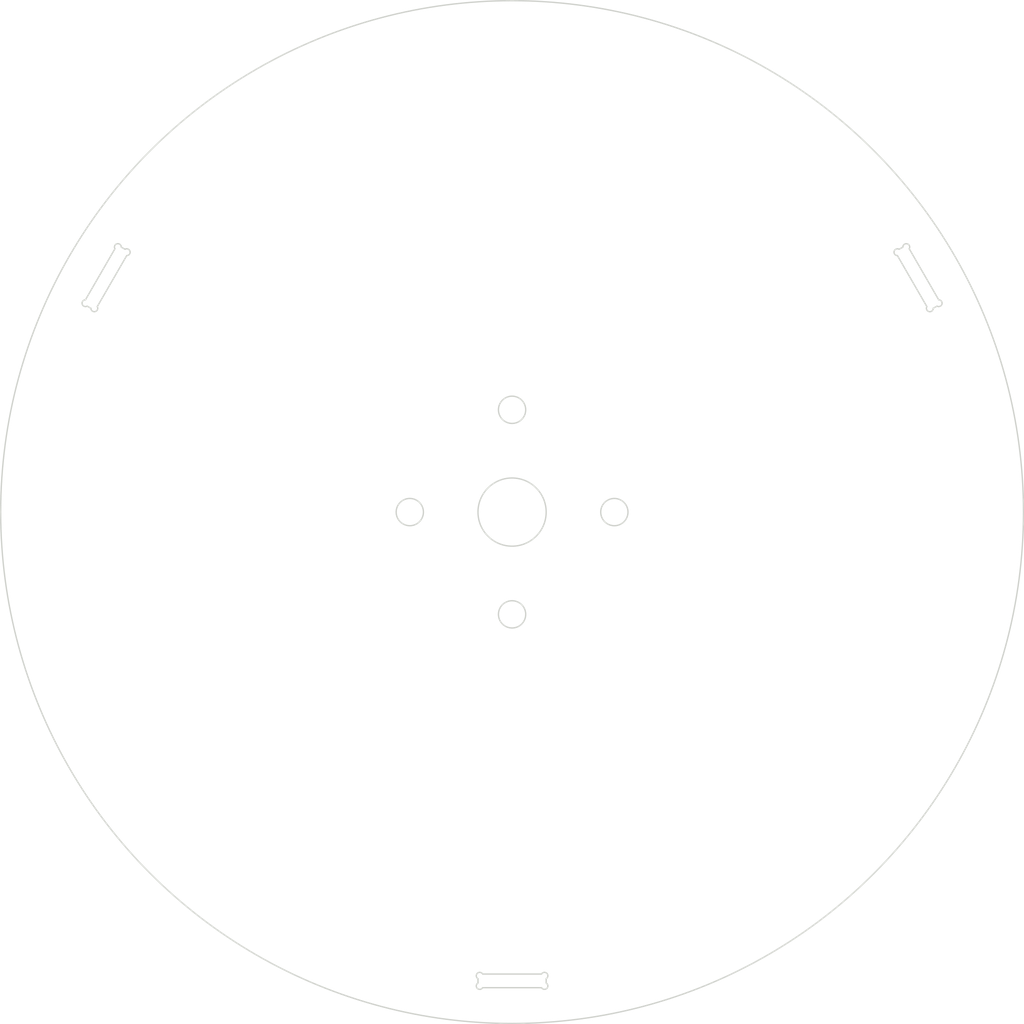
<source format=kicad_pcb>
(kicad_pcb (version 20200811) (host pcbnew "(5.99.0-2687-geae739d98)")

  (general
    (thickness 1.6)
    (drawings 0)
    (tracks 0)
    (modules 0)
    (nets 1)
  )

  (paper "A4")
  (layers
    (0 "F.Cu" signal)
    (31 "B.Cu" signal)
    (32 "B.Adhes" user)
    (33 "F.Adhes" user)
    (34 "B.Paste" user)
    (35 "F.Paste" user)
    (36 "B.SilkS" user)
    (37 "F.SilkS" user)
    (38 "B.Mask" user)
    (39 "F.Mask" user)
    (40 "Dwgs.User" user)
    (41 "Cmts.User" user)
    (42 "Eco1.User" user)
    (43 "Eco2.User" user)
    (44 "Edge.Cuts" user)
    (45 "Margin" user)
    (46 "B.CrtYd" user)
    (47 "F.CrtYd" user)
    (48 "B.Fab" user)
    (49 "F.Fab" user)
  )

  (setup
    (grid_origin 150 100)
    (pcbplotparams
      (layerselection 0x010fc_ffffffff)
      (usegerberextensions false)
      (usegerberattributes true)
      (usegerberadvancedattributes true)
      (creategerberjobfile true)
      (svguseinch false)
      (svgprecision 6)
      (excludeedgelayer true)
      (linewidth 0.100000)
      (plotframeref false)
      (viasonmask false)
      (mode 1)
      (useauxorigin false)
      (hpglpennumber 1)
      (hpglpenspeed 20)
      (hpglpendiameter 15.000000)
      (psnegative false)
      (psa4output false)
      (plotreference true)
      (plotvalue true)
      (plotinvisibletext false)
      (sketchpadsonfab false)
      (subtractmaskfromsilk false)
      (outputformat 1)
      (mirror false)
      (drillshape 1)
      (scaleselection 1)
      (outputdirectory "")
    )
  )

  (net 0 "")


  (gr_circle (center 150.000 100.000) (end 90.000 100.000) (layer Edge.Cuts) (width 0.16))
  (gr_circle (center 150.000 88.000) (end 148.400 88.000) (layer Edge.Cuts) (width 0.16))
  (gr_circle (center 150.000 100.000) (end 146.000 100.000) (layer Edge.Cuts) (width 0.16))
  (gr_circle (center 138.000 100.000) (end 136.400 100.000) (layer Edge.Cuts) (width 0.16))
  (gr_circle (center 162.000 100.000) (end 160.400 100.000) (layer Edge.Cuts) (width 0.16))
  (gr_arc (start 196.251 68.909) (end 196.597 69.109) (angle -210.000) (layer Edge.Cuts) (width 0.16))
  (gr_line (start 195.412 69.163) (end 195.851 68.909) (angle 90) (layer Edge.Cuts) (width 0.16))
  (gr_arc (start 195.212 69.509) (end 195.412 69.163) (angle -210.000) (layer Edge.Cuts) (width 0.16))
  (gr_line (start 195.212 69.909) (end 198.665 75.891) (angle 90) (layer Edge.Cuts) (width 0.16))
  (gr_arc (start 199.012 76.091) (end 198.665 75.891) (angle -210.000) (layer Edge.Cuts) (width 0.16))
  (gr_line (start 199.412 76.091) (end 199.851 75.837) (angle 90) (layer Edge.Cuts) (width 0.16))
  (gr_arc (start 200.051 75.491) (end 199.851 75.837) (angle -210.000) (layer Edge.Cuts) (width 0.16))
  (gr_line (start 196.597 69.109) (end 200.051 75.091) (angle 90) (layer Edge.Cuts) (width 0.16))
  (gr_arc (start 153.800 155.600) (end 153.454 155.800) (angle -210.000) (layer Edge.Cuts) (width 0.16))
  (gr_line (start 154.000 154.746) (end 154.000 155.254) (angle 90) (layer Edge.Cuts) (width 0.16))
  (gr_arc (start 153.800 154.400) (end 154.000 154.746) (angle -210.000) (layer Edge.Cuts) (width 0.16))
  (gr_line (start 153.454 154.200) (end 146.546 154.200) (angle 90) (layer Edge.Cuts) (width 0.16))
  (gr_arc (start 146.200 154.400) (end 146.546 154.200) (angle -210.000) (layer Edge.Cuts) (width 0.16))
  (gr_line (start 146.000 154.746) (end 146.000 155.254) (angle 90) (layer Edge.Cuts) (width 0.16))
  (gr_arc (start 146.200 155.600) (end 146.000 155.254) (angle -210.000) (layer Edge.Cuts) (width 0.16))
  (gr_line (start 153.454 155.800) (end 146.546 155.800) (angle 90) (layer Edge.Cuts) (width 0.16))
  (gr_circle (center 150.000 112.000) (end 148.400 112.000) (layer Edge.Cuts) (width 0.16))
  (gr_arc (start 99.949 75.491) (end 99.949 75.091) (angle -210.000) (layer Edge.Cuts) (width 0.16))
  (gr_line (start 100.588 76.091) (end 100.149 75.837) (angle 90) (layer Edge.Cuts) (width 0.16))
  (gr_arc (start 100.988 76.091) (end 100.588 76.091) (angle -210.000) (layer Edge.Cuts) (width 0.16))
  (gr_line (start 101.335 75.891) (end 104.788 69.909) (angle 90) (layer Edge.Cuts) (width 0.16))
  (gr_arc (start 104.788 69.509) (end 104.788 69.909) (angle -210.000) (layer Edge.Cuts) (width 0.16))
  (gr_line (start 104.588 69.163) (end 104.149 68.909) (angle 90) (layer Edge.Cuts) (width 0.16))
  (gr_arc (start 103.749 68.909) (end 104.149 68.909) (angle -210.000) (layer Edge.Cuts) (width 0.16))
  (gr_line (start 99.949 75.091) (end 103.403 69.109) (angle 90) (layer Edge.Cuts) (width 0.16))
)
 
</source>
